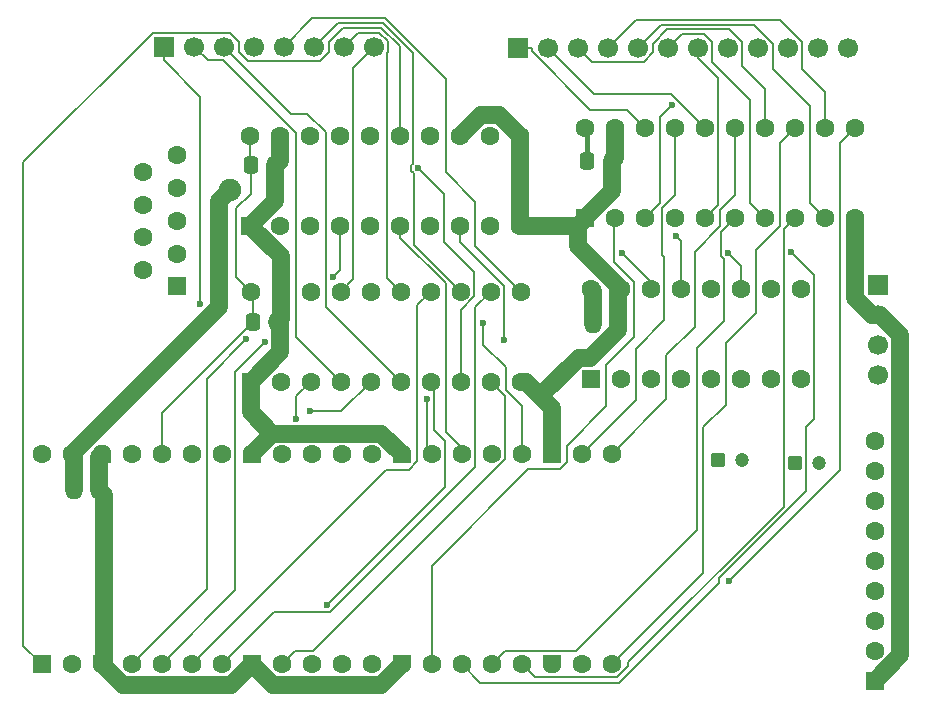
<source format=gbr>
%TF.GenerationSoftware,KiCad,Pcbnew,9.0.2*%
%TF.CreationDate,2025-07-27T17:40:09+01:00*%
%TF.ProjectId,Pico-Keyboard-Matrix-Interface,5069636f-2d4b-4657-9962-6f6172642d4d,rev?*%
%TF.SameCoordinates,Original*%
%TF.FileFunction,Copper,L2,Bot*%
%TF.FilePolarity,Positive*%
%FSLAX46Y46*%
G04 Gerber Fmt 4.6, Leading zero omitted, Abs format (unit mm)*
G04 Created by KiCad (PCBNEW 9.0.2) date 2025-07-27 17:40:09*
%MOMM*%
%LPD*%
G01*
G04 APERTURE LIST*
G04 Aperture macros list*
%AMRoundRect*
0 Rectangle with rounded corners*
0 $1 Rounding radius*
0 $2 $3 $4 $5 $6 $7 $8 $9 X,Y pos of 4 corners*
0 Add a 4 corners polygon primitive as box body*
4,1,4,$2,$3,$4,$5,$6,$7,$8,$9,$2,$3,0*
0 Add four circle primitives for the rounded corners*
1,1,$1+$1,$2,$3*
1,1,$1+$1,$4,$5*
1,1,$1+$1,$6,$7*
1,1,$1+$1,$8,$9*
0 Add four rect primitives between the rounded corners*
20,1,$1+$1,$2,$3,$4,$5,0*
20,1,$1+$1,$4,$5,$6,$7,0*
20,1,$1+$1,$6,$7,$8,$9,0*
20,1,$1+$1,$8,$9,$2,$3,0*%
%AMFreePoly0*
4,1,37,0.603843,0.796157,0.639018,0.796157,0.711114,0.766294,0.766294,0.711114,0.796157,0.639018,0.796157,0.603843,0.800000,0.600000,0.800000,-0.600000,0.796157,-0.603843,0.796157,-0.639018,0.766294,-0.711114,0.711114,-0.766294,0.639018,-0.796157,0.603843,-0.796157,0.600000,-0.800000,0.000000,-0.800000,0.000000,-0.796148,-0.078414,-0.796148,-0.232228,-0.765552,-0.377117,-0.705537,
-0.507515,-0.618408,-0.618408,-0.507515,-0.705537,-0.377117,-0.765552,-0.232228,-0.796148,-0.078414,-0.796148,0.078414,-0.765552,0.232228,-0.705537,0.377117,-0.618408,0.507515,-0.507515,0.618408,-0.377117,0.705537,-0.232228,0.765552,-0.078414,0.796148,0.000000,0.796148,0.000000,0.800000,0.600000,0.800000,0.603843,0.796157,0.603843,0.796157,$1*%
%AMFreePoly1*
4,1,37,0.000000,0.796148,0.078414,0.796148,0.232228,0.765552,0.377117,0.705537,0.507515,0.618408,0.618408,0.507515,0.705537,0.377117,0.765552,0.232228,0.796148,0.078414,0.796148,-0.078414,0.765552,-0.232228,0.705537,-0.377117,0.618408,-0.507515,0.507515,-0.618408,0.377117,-0.705537,0.232228,-0.765552,0.078414,-0.796148,0.000000,-0.796148,0.000000,-0.800000,-0.600000,-0.800000,
-0.603843,-0.796157,-0.639018,-0.796157,-0.711114,-0.766294,-0.766294,-0.711114,-0.796157,-0.639018,-0.796157,-0.603843,-0.800000,-0.600000,-0.800000,0.600000,-0.796157,0.603843,-0.796157,0.639018,-0.766294,0.711114,-0.711114,0.766294,-0.639018,0.796157,-0.603843,0.796157,-0.600000,0.800000,0.000000,0.800000,0.000000,0.796148,0.000000,0.796148,$1*%
G04 Aperture macros list end*
%TA.AperFunction,ComponentPad*%
%ADD10RoundRect,0.250000X0.550000X-0.550000X0.550000X0.550000X-0.550000X0.550000X-0.550000X-0.550000X0*%
%TD*%
%TA.AperFunction,ComponentPad*%
%ADD11C,1.600000*%
%TD*%
%TA.AperFunction,ComponentPad*%
%ADD12RoundRect,0.250000X-0.350000X-0.350000X0.350000X-0.350000X0.350000X0.350000X-0.350000X0.350000X0*%
%TD*%
%TA.AperFunction,ComponentPad*%
%ADD13C,1.200000*%
%TD*%
%TA.AperFunction,ComponentPad*%
%ADD14R,1.700000X1.700000*%
%TD*%
%TA.AperFunction,ComponentPad*%
%ADD15C,1.700000*%
%TD*%
%TA.AperFunction,ComponentPad*%
%ADD16RoundRect,0.200000X0.600000X-0.600000X0.600000X0.600000X-0.600000X0.600000X-0.600000X-0.600000X0*%
%TD*%
%TA.AperFunction,ComponentPad*%
%ADD17FreePoly0,90.000000*%
%TD*%
%TA.AperFunction,ComponentPad*%
%ADD18FreePoly1,90.000000*%
%TD*%
%TA.AperFunction,ComponentPad*%
%ADD19R,1.600000X1.600000*%
%TD*%
%TA.AperFunction,SMDPad,CuDef*%
%ADD20RoundRect,0.250000X-0.337500X-0.475000X0.337500X-0.475000X0.337500X0.475000X-0.337500X0.475000X0*%
%TD*%
%TA.AperFunction,ViaPad*%
%ADD21C,0.600000*%
%TD*%
%TA.AperFunction,ViaPad*%
%ADD22C,1.900000*%
%TD*%
%TA.AperFunction,Conductor*%
%ADD23C,0.200000*%
%TD*%
%TA.AperFunction,Conductor*%
%ADD24C,1.500000*%
%TD*%
%TA.AperFunction,Conductor*%
%ADD25C,0.400000*%
%TD*%
G04 APERTURE END LIST*
D10*
%TO.P,U3,1,OEa*%
%TO.N,GND*%
X117470000Y-57550000D03*
D11*
%TO.P,U3,2,I0a*%
%TO.N,GPIO10*%
X120010000Y-57550000D03*
%TO.P,U3,3,O3b*%
%TO.N,SENSE7*%
X122550000Y-57550000D03*
%TO.P,U3,4,I1a*%
%TO.N,GPIO11*%
X125090000Y-57550000D03*
%TO.P,U3,5,O2b*%
%TO.N,SENSE6*%
X127630000Y-57550000D03*
%TO.P,U3,6,I2a*%
%TO.N,GPIO12*%
X130170000Y-57550000D03*
%TO.P,U3,7,O1b*%
%TO.N,SENSE5*%
X132710000Y-57550000D03*
%TO.P,U3,8,I3a*%
%TO.N,GPIO13*%
X135250000Y-57550000D03*
%TO.P,U3,9,O0b*%
%TO.N,SENSE4*%
X137790000Y-57550000D03*
%TO.P,U3,10,GND*%
%TO.N,GND*%
X140330000Y-57550000D03*
%TO.P,U3,11,I0b*%
%TO.N,GPIO14*%
X140330000Y-49930000D03*
%TO.P,U3,12,O3a*%
%TO.N,SENSE3*%
X137790000Y-49930000D03*
%TO.P,U3,13,I1b*%
%TO.N,GPIO15*%
X135250000Y-49930000D03*
%TO.P,U3,14,O2a*%
%TO.N,SENSE2*%
X132710000Y-49930000D03*
%TO.P,U3,15,I2b*%
%TO.N,GPIO16*%
X130170000Y-49930000D03*
%TO.P,U3,16,O1a*%
%TO.N,SENSE1*%
X127630000Y-49930000D03*
%TO.P,U3,17,I3b*%
%TO.N,GPIO17*%
X125090000Y-49930000D03*
%TO.P,U3,18,O0a*%
%TO.N,SENSE0*%
X122550000Y-49930000D03*
%TO.P,U3,19,OEb*%
%TO.N,GND*%
X120010000Y-49930000D03*
%TO.P,U3,20,VCC*%
%TO.N,VBUS*%
X117470000Y-49930000D03*
%TD*%
D10*
%TO.P,U2,1,OEa*%
%TO.N,GND*%
X89110000Y-58200000D03*
D11*
%TO.P,U2,2,I0a*%
%TO.N,GPIO18*%
X91650000Y-58200000D03*
%TO.P,U2,3,O3b*%
%TO.N,RX3*%
X94190000Y-58200000D03*
%TO.P,U2,4,I1a*%
%TO.N,GPIO19*%
X96730000Y-58200000D03*
%TO.P,U2,5,O2b*%
%TO.N,TX5*%
X99270000Y-58200000D03*
%TO.P,U2,6,I2a*%
%TO.N,GPIO20*%
X101810000Y-58200000D03*
%TO.P,U2,7,O1b*%
%TO.N,unconnected-(U2-O1b-Pad7)*%
X104350000Y-58200000D03*
%TO.P,U2,8,I3a*%
%TO.N,GPIO21*%
X106890000Y-58200000D03*
%TO.P,U2,9,O0b*%
%TO.N,unconnected-(U2-O0b-Pad9)*%
X109430000Y-58200000D03*
%TO.P,U2,10,GND*%
%TO.N,GND*%
X111970000Y-58200000D03*
%TO.P,U2,11,I0b*%
X111970000Y-50580000D03*
%TO.P,U2,12,O3a*%
%TO.N,SENSE11*%
X109430000Y-50580000D03*
%TO.P,U2,13,I1b*%
%TO.N,GND*%
X106890000Y-50580000D03*
%TO.P,U2,14,O2a*%
%TO.N,SENSE10*%
X104350000Y-50580000D03*
%TO.P,U2,15,I2b*%
%TO.N,TX3*%
X101810000Y-50580000D03*
%TO.P,U2,16,O1a*%
%TO.N,SENSE9*%
X99270000Y-50580000D03*
%TO.P,U2,17,I3b*%
%TO.N,RX5*%
X96730000Y-50580000D03*
%TO.P,U2,18,O0a*%
%TO.N,SENSE8*%
X94190000Y-50580000D03*
%TO.P,U2,19,OEb*%
%TO.N,GND*%
X91650000Y-50580000D03*
%TO.P,U2,20,VCC*%
%TO.N,+3.3V*%
X89110000Y-50580000D03*
%TD*%
D12*
%TO.P,C2,1*%
%TO.N,Net-(U4-C2+)*%
X135277400Y-78300000D03*
D13*
%TO.P,C2,2*%
%TO.N,Net-(U4-C2-)*%
X137277400Y-78300000D03*
%TD*%
D14*
%TO.P,J3,1,Pin_1*%
%TO.N,+5V*%
X142315000Y-63240000D03*
D15*
%TO.P,J3,2,Pin_2*%
%TO.N,GND*%
X142315000Y-65780000D03*
%TO.P,J3,3,Pin_3*%
%TO.N,+12V*%
X142315000Y-68320000D03*
%TO.P,J3,4,Pin_4*%
%TO.N,-12V*%
X142315000Y-70860000D03*
%TD*%
D16*
%TO.P,A1,1,GPIO0*%
%TO.N,TX3*%
X71470000Y-95340000D03*
D11*
%TO.P,A1,2,GPIO1*%
%TO.N,RX3*%
X74010000Y-95340000D03*
D17*
%TO.P,A1,3,GND*%
%TO.N,GND*%
X76550000Y-95340000D03*
D11*
%TO.P,A1,4,GPIO2*%
%TO.N,GPIO2*%
X79090000Y-95340000D03*
%TO.P,A1,5,GPIO3*%
%TO.N,GPIO3*%
X81630000Y-95340000D03*
%TO.P,A1,6,GPIO4*%
%TO.N,GPIO4*%
X84170000Y-95340000D03*
%TO.P,A1,7,GPIO5*%
%TO.N,GPIO5*%
X86710000Y-95340000D03*
D17*
%TO.P,A1,8,GND*%
%TO.N,GND*%
X89250000Y-95340000D03*
D11*
%TO.P,A1,9,GPIO6*%
%TO.N,GPIO6*%
X91790000Y-95340000D03*
%TO.P,A1,10,GPIO7*%
%TO.N,GPIO7*%
X94330000Y-95340000D03*
%TO.P,A1,11,GPIO8*%
%TO.N,GPIO8*%
X96870000Y-95340000D03*
%TO.P,A1,12,GPIO9*%
%TO.N,GPIO9*%
X99410000Y-95340000D03*
D17*
%TO.P,A1,13,GND*%
%TO.N,GND*%
X101950000Y-95340000D03*
D11*
%TO.P,A1,14,GPIO10*%
%TO.N,GPIO10*%
X104490000Y-95340000D03*
%TO.P,A1,15,GPIO11*%
%TO.N,GPIO11*%
X107030000Y-95340000D03*
%TO.P,A1,16,GPIO12*%
%TO.N,GPIO12*%
X109570000Y-95340000D03*
%TO.P,A1,17,GPIO13*%
%TO.N,GPIO13*%
X112110000Y-95340000D03*
D17*
%TO.P,A1,18,GND*%
%TO.N,GND*%
X114650000Y-95340000D03*
D11*
%TO.P,A1,19,GPIO14*%
%TO.N,GPIO14*%
X117190000Y-95340000D03*
%TO.P,A1,20,GPIO15*%
%TO.N,GPIO15*%
X119730000Y-95340000D03*
%TO.P,A1,21,GPIO16*%
%TO.N,GPIO16*%
X119730000Y-77560000D03*
%TO.P,A1,22,GPIO17*%
%TO.N,GPIO17*%
X117190000Y-77560000D03*
D18*
%TO.P,A1,23,GND*%
%TO.N,GND*%
X114650000Y-77560000D03*
D11*
%TO.P,A1,24,GPIO18*%
%TO.N,GPIO18*%
X112110000Y-77560000D03*
%TO.P,A1,25,GPIO19*%
%TO.N,GPIO19*%
X109570000Y-77560000D03*
%TO.P,A1,26,GPIO20*%
%TO.N,GPIO20*%
X107030000Y-77560000D03*
%TO.P,A1,27,GPIO21*%
%TO.N,GPIO21*%
X104490000Y-77560000D03*
D18*
%TO.P,A1,28,GND*%
%TO.N,GND*%
X101950000Y-77560000D03*
D11*
%TO.P,A1,29,GPIO22*%
%TO.N,unconnected-(A1-GPIO22-Pad29)_1*%
X99410000Y-77560000D03*
%TO.P,A1,30,RUN*%
%TO.N,unconnected-(A1-RUN-Pad30)*%
X96870000Y-77560000D03*
%TO.P,A1,31,GPIO26_ADC0*%
%TO.N,unconnected-(A1-GPIO26_ADC0-Pad31)*%
X94330000Y-77560000D03*
%TO.P,A1,32,GPIO27_ADC1*%
%TO.N,unconnected-(A1-GPIO27_ADC1-Pad32)*%
X91790000Y-77560000D03*
D18*
%TO.P,A1,33,AGND*%
%TO.N,GND*%
X89250000Y-77560000D03*
D11*
%TO.P,A1,34,GPIO28_ADC2*%
%TO.N,unconnected-(A1-GPIO28_ADC2-Pad34)*%
X86710000Y-77560000D03*
%TO.P,A1,35,ADC_VREF*%
%TO.N,unconnected-(A1-ADC_VREF-Pad35)_1*%
X84170000Y-77560000D03*
%TO.P,A1,36,3V3*%
%TO.N,+3.3V*%
X81630000Y-77560000D03*
%TO.P,A1,37,3V3_EN*%
%TO.N,unconnected-(A1-3V3_EN-Pad37)_1*%
X79090000Y-77560000D03*
D18*
%TO.P,A1,38,GND*%
%TO.N,GND*%
X76550000Y-77560000D03*
D11*
%TO.P,A1,39,VSYS*%
%TO.N,+5V*%
X74010000Y-77560000D03*
%TO.P,A1,40,VBUS*%
%TO.N,VBUS*%
X71470000Y-77560000D03*
%TD*%
D10*
%TO.P,U4,1,C1+*%
%TO.N,Net-(U4-C1+)*%
X117960000Y-71170000D03*
D11*
%TO.P,U4,2,VS+*%
%TO.N,+12V*%
X120500000Y-71170000D03*
%TO.P,U4,3,C1-*%
%TO.N,Net-(U4-C1-)*%
X123040000Y-71170000D03*
%TO.P,U4,4,C2+*%
%TO.N,Net-(U4-C2+)*%
X125580000Y-71170000D03*
%TO.P,U4,5,C2-*%
%TO.N,Net-(U4-C2-)*%
X128120000Y-71170000D03*
%TO.P,U4,6,VS-*%
%TO.N,-12V*%
X130660000Y-71170000D03*
%TO.P,U4,7,T2OUT*%
%TO.N,unconnected-(U4-T2OUT-Pad7)*%
X133200000Y-71170000D03*
%TO.P,U4,8,R2IN*%
%TO.N,unconnected-(U4-R2IN-Pad8)*%
X135740000Y-71170000D03*
%TO.P,U4,9,R2OUT*%
%TO.N,unconnected-(U4-R2OUT-Pad9)*%
X135740000Y-63550000D03*
%TO.P,U4,10,T2IN*%
%TO.N,unconnected-(U4-T2IN-Pad10)*%
X133200000Y-63550000D03*
%TO.P,U4,11,T1IN*%
%TO.N,TX5*%
X130660000Y-63550000D03*
%TO.P,U4,12,R1OUT*%
%TO.N,RX5*%
X128120000Y-63550000D03*
%TO.P,U4,13,R1IN*%
%TO.N,RSRX*%
X125580000Y-63550000D03*
%TO.P,U4,14,T1OUT*%
%TO.N,RSTX*%
X123040000Y-63550000D03*
%TO.P,U4,15,GND*%
%TO.N,GND*%
X120500000Y-63550000D03*
%TO.P,U4,16,VCC*%
%TO.N,+5V*%
X117960000Y-63550000D03*
%TD*%
D14*
%TO.P,J2,1,Pin_1*%
%TO.N,SENSE0*%
X111810000Y-43150000D03*
D15*
%TO.P,J2,2,Pin_2*%
%TO.N,SENSE1*%
X114350000Y-43150000D03*
%TO.P,J2,3,Pin_3*%
%TO.N,SENSE2*%
X116890000Y-43150000D03*
%TO.P,J2,4,Pin_4*%
%TO.N,SENSE3*%
X119430000Y-43150000D03*
%TO.P,J2,5,Pin_5*%
%TO.N,SENSE4*%
X121970000Y-43150000D03*
%TO.P,J2,6,Pin_6*%
%TO.N,SENSE5*%
X124510000Y-43150000D03*
%TO.P,J2,7,Pin_7*%
%TO.N,SENSE6*%
X127050000Y-43150000D03*
%TO.P,J2,8,Pin_8*%
%TO.N,SENSE7*%
X129590000Y-43150000D03*
%TO.P,J2,9,Pin_9*%
%TO.N,SENSE8*%
X132130000Y-43150000D03*
%TO.P,J2,10,Pin_10*%
%TO.N,SENSE9*%
X134670000Y-43150000D03*
%TO.P,J2,11,Pin_11*%
%TO.N,SENSE10*%
X137210000Y-43150000D03*
%TO.P,J2,12,Pin_12*%
%TO.N,SENSE11*%
X139750000Y-43150000D03*
%TD*%
D19*
%TO.P,J4,1,1*%
%TO.N,unconnected-(J4-Pad1)*%
X82915300Y-63340000D03*
D11*
%TO.P,J4,2,2*%
%TO.N,RSTX*%
X82915300Y-60570000D03*
%TO.P,J4,3,3*%
%TO.N,RSRX*%
X82915300Y-57800000D03*
%TO.P,J4,4,4*%
%TO.N,unconnected-(J4-Pad4)*%
X82915300Y-55030000D03*
%TO.P,J4,5,5*%
%TO.N,GND*%
X82915300Y-52260000D03*
%TO.P,J4,6,6*%
%TO.N,unconnected-(J4-Pad6)*%
X80075300Y-61955000D03*
%TO.P,J4,7,7*%
%TO.N,unconnected-(J4-Pad7)*%
X80075300Y-59185000D03*
%TO.P,J4,8,8*%
%TO.N,unconnected-(J4-Pad8)*%
X80075300Y-56415000D03*
%TO.P,J4,9,9*%
%TO.N,unconnected-(J4-Pad9)*%
X80075300Y-53645000D03*
%TD*%
D12*
%TO.P,C1,1*%
%TO.N,Net-(U4-C1+)*%
X128777400Y-78000000D03*
D13*
%TO.P,C1,2*%
%TO.N,Net-(U4-C1-)*%
X130777400Y-78000000D03*
%TD*%
D14*
%TO.P,J1,1,Pin_1*%
%TO.N,SCAN0*%
X81840000Y-43050000D03*
D15*
%TO.P,J1,2,Pin_2*%
%TO.N,SCAN1*%
X84380000Y-43050000D03*
%TO.P,J1,3,Pin_3*%
%TO.N,SCAN2*%
X86920000Y-43050000D03*
%TO.P,J1,4,Pin_4*%
%TO.N,SCAN3*%
X89460000Y-43050000D03*
%TO.P,J1,5,Pin_5*%
%TO.N,SCAN4*%
X92000000Y-43050000D03*
%TO.P,J1,6,Pin_6*%
%TO.N,SCAN5*%
X94540000Y-43050000D03*
%TO.P,J1,7,Pin_7*%
%TO.N,SCAN6*%
X97080000Y-43050000D03*
%TO.P,J1,8,Pin_8*%
%TO.N,SCAN7*%
X99620000Y-43050000D03*
%TD*%
D19*
%TO.P,RN1,1,common*%
%TO.N,GND*%
X142000000Y-96750000D03*
D11*
%TO.P,RN1,2,R1*%
%TO.N,SCAN0*%
X142000000Y-94210000D03*
%TO.P,RN1,3,R2*%
%TO.N,SCAN1*%
X142000000Y-91670000D03*
%TO.P,RN1,4,R3*%
%TO.N,SCAN2*%
X142000000Y-89130000D03*
%TO.P,RN1,5,R4*%
%TO.N,SCAN3*%
X142000000Y-86590000D03*
%TO.P,RN1,6,R5*%
%TO.N,SCAN4*%
X142000000Y-84050000D03*
%TO.P,RN1,7,R6*%
%TO.N,SCAN5*%
X142000000Y-81510000D03*
%TO.P,RN1,8,R7*%
%TO.N,SCAN6*%
X142000000Y-78970000D03*
%TO.P,RN1,9,R8*%
%TO.N,SCAN7*%
X142000000Y-76430000D03*
%TD*%
D10*
%TO.P,U1,1,OEa*%
%TO.N,GND*%
X89160000Y-71400000D03*
D11*
%TO.P,U1,2,I0a*%
%TO.N,SCAN0*%
X91700000Y-71400000D03*
%TO.P,U1,3,O3b*%
%TO.N,GPIO9*%
X94240000Y-71400000D03*
%TO.P,U1,4,I1a*%
%TO.N,SCAN1*%
X96780000Y-71400000D03*
%TO.P,U1,5,O2b*%
%TO.N,GPIO8*%
X99320000Y-71400000D03*
%TO.P,U1,6,I2a*%
%TO.N,SCAN2*%
X101860000Y-71400000D03*
%TO.P,U1,7,O1b*%
%TO.N,GPIO7*%
X104400000Y-71400000D03*
%TO.P,U1,8,I3a*%
%TO.N,SCAN3*%
X106940000Y-71400000D03*
%TO.P,U1,9,O0b*%
%TO.N,GPIO6*%
X109480000Y-71400000D03*
%TO.P,U1,10,GND*%
%TO.N,GND*%
X112020000Y-71400000D03*
%TO.P,U1,11,I0b*%
%TO.N,SCAN4*%
X112020000Y-63780000D03*
%TO.P,U1,12,O3a*%
%TO.N,GPIO5*%
X109480000Y-63780000D03*
%TO.P,U1,13,I1b*%
%TO.N,SCAN5*%
X106940000Y-63780000D03*
%TO.P,U1,14,O2a*%
%TO.N,GPIO4*%
X104400000Y-63780000D03*
%TO.P,U1,15,I2b*%
%TO.N,SCAN6*%
X101860000Y-63780000D03*
%TO.P,U1,16,O1a*%
%TO.N,GPIO3*%
X99320000Y-63780000D03*
%TO.P,U1,17,I3b*%
%TO.N,SCAN7*%
X96780000Y-63780000D03*
%TO.P,U1,18,O0a*%
%TO.N,GPIO2*%
X94240000Y-63780000D03*
%TO.P,U1,19,OEb*%
%TO.N,GND*%
X91700000Y-63780000D03*
%TO.P,U1,20,VCC*%
%TO.N,+3.3V*%
X89160000Y-63780000D03*
%TD*%
D20*
%TO.P,DC4,1*%
%TO.N,+5V*%
X118162500Y-66500000D03*
%TO.P,DC4,2*%
%TO.N,GND*%
X120237500Y-66500000D03*
%TD*%
%TO.P,DC1,1*%
%TO.N,+3.3V*%
X89162500Y-53100000D03*
%TO.P,DC1,2*%
%TO.N,GND*%
X91237500Y-53100000D03*
%TD*%
%TO.P,DC3,1*%
%TO.N,VBUS*%
X117650000Y-52750000D03*
%TO.P,DC3,2*%
%TO.N,GND*%
X119725000Y-52750000D03*
%TD*%
%TO.P,DC5,1*%
%TO.N,+5V*%
X74250000Y-80550000D03*
%TO.P,DC5,2*%
%TO.N,GND*%
X76325000Y-80550000D03*
%TD*%
%TO.P,DC2,1*%
%TO.N,+3.3V*%
X89362500Y-66350000D03*
%TO.P,DC2,2*%
%TO.N,GND*%
X91437500Y-66350000D03*
%TD*%
D21*
%TO.N,TX5*%
X129570400Y-60507400D03*
%TO.N,RSTX*%
X120567900Y-60507400D03*
%TO.N,RSRX*%
X125178600Y-59057300D03*
%TO.N,SENSE7*%
X124869000Y-47978500D03*
%TO.N,SCAN3*%
X103379300Y-53343600D03*
%TO.N,SCAN0*%
X84916800Y-64842200D03*
%TO.N,GPIO8*%
X94230100Y-73876900D03*
%TO.N,GPIO9*%
X93021900Y-74540800D03*
D22*
%TO.N,+5V*%
X87423600Y-55193800D03*
D21*
%TO.N,GPIO19*%
X96127600Y-62525000D03*
%TO.N,GPIO21*%
X104075000Y-72874300D03*
X110584000Y-67885600D03*
%TO.N,GPIO11*%
X134912300Y-60419600D03*
%TO.N,GPIO3*%
X90406600Y-68087800D03*
%TO.N,GPIO14*%
X129699500Y-88268700D03*
%TO.N,GPIO2*%
X88803800Y-67820600D03*
%TO.N,GPIO7*%
X95614000Y-90299700D03*
%TO.N,GPIO18*%
X108879700Y-66428700D03*
%TD*%
D23*
%TO.N,TX5*%
X130660000Y-61597000D02*
X130660000Y-63550000D01*
X129570400Y-60507400D02*
X130660000Y-61597000D01*
%TO.N,RSTX*%
X123040000Y-62979500D02*
X123040000Y-63550000D01*
X120567900Y-60507400D02*
X123040000Y-62979500D01*
%TO.N,RSRX*%
X125580000Y-59458700D02*
X125580000Y-63550000D01*
X125178600Y-59057300D02*
X125580000Y-59458700D01*
%TO.N,SENSE6*%
X128731900Y-56448100D02*
X127630000Y-57550000D01*
X128731900Y-45717600D02*
X128731900Y-56448100D01*
X127050000Y-44035700D02*
X128731900Y-45717600D01*
X127050000Y-43150000D02*
X127050000Y-44035700D01*
%TO.N,SENSE1*%
X118242000Y-47042000D02*
X114350000Y-43150000D01*
X124781200Y-47042000D02*
X118242000Y-47042000D01*
X127630000Y-49890800D02*
X124781200Y-47042000D01*
X127630000Y-49930000D02*
X127630000Y-49890800D01*
%TO.N,SENSE5*%
X131440000Y-56280000D02*
X132710000Y-57550000D01*
X131440000Y-47540000D02*
X131440000Y-56280000D01*
X128241100Y-44341100D02*
X131440000Y-47540000D01*
X128241100Y-42679900D02*
X128241100Y-44341100D01*
X127555500Y-41994300D02*
X128241100Y-42679900D01*
X125665700Y-41994300D02*
X127555500Y-41994300D01*
X124510000Y-43150000D02*
X125665700Y-41994300D01*
%TO.N,SENSE3*%
X137790000Y-46910300D02*
X137790000Y-49930000D01*
X135820200Y-44940500D02*
X137790000Y-46910300D01*
X135820200Y-42660400D02*
X135820200Y-44940500D01*
X133945200Y-40785400D02*
X135820200Y-42660400D01*
X121794600Y-40785400D02*
X133945200Y-40785400D01*
X119430000Y-43150000D02*
X121794600Y-40785400D01*
%TO.N,SENSE7*%
X123820000Y-56280000D02*
X122550000Y-57550000D01*
X123820000Y-49027500D02*
X123820000Y-56280000D01*
X124869000Y-47978500D02*
X123820000Y-49027500D01*
%TO.N,SENSE2*%
X132710000Y-46636300D02*
X132710000Y-49930000D01*
X130740200Y-44666500D02*
X132710000Y-46636300D01*
X130740200Y-42649700D02*
X130740200Y-44666500D01*
X129676300Y-41585800D02*
X130740200Y-42649700D01*
X124447000Y-41585800D02*
X129676300Y-41585800D01*
X123240000Y-42792800D02*
X124447000Y-41585800D01*
X123240000Y-43535500D02*
X123240000Y-42792800D01*
X122471300Y-44304200D02*
X123240000Y-43535500D01*
X118044200Y-44304200D02*
X122471300Y-44304200D01*
X116890000Y-43150000D02*
X118044200Y-44304200D01*
%TO.N,SENSE0*%
X121019600Y-48399600D02*
X122550000Y-49930000D01*
X117922200Y-48399600D02*
X121019600Y-48399600D01*
X112960100Y-43437500D02*
X117922200Y-48399600D01*
X112960100Y-43150000D02*
X112960100Y-43437500D01*
X111810000Y-43150000D02*
X112960100Y-43150000D01*
%TO.N,SENSE4*%
X136520000Y-56280000D02*
X137790000Y-57550000D01*
X136520000Y-48088100D02*
X136520000Y-56280000D01*
X133400000Y-44968100D02*
X136520000Y-48088100D01*
X133400000Y-42789000D02*
X133400000Y-44968100D01*
X131796600Y-41185600D02*
X133400000Y-42789000D01*
X123934400Y-41185600D02*
X131796600Y-41185600D01*
X121970000Y-43150000D02*
X123934400Y-41185600D01*
%TO.N,SCAN3*%
X106940000Y-65335900D02*
X106940000Y-71400000D01*
X108090500Y-64185400D02*
X106940000Y-65335900D01*
X108090500Y-62147300D02*
X108090500Y-64185400D01*
X105539300Y-59596100D02*
X108090500Y-62147300D01*
X105539300Y-55503600D02*
X105539300Y-59596100D01*
X103379300Y-53343600D02*
X105539300Y-55503600D01*
%TO.N,SCAN7*%
X97835900Y-62724100D02*
X96780000Y-63780000D01*
X97835900Y-44834100D02*
X97835900Y-62724100D01*
X99620000Y-43050000D02*
X97835900Y-44834100D01*
%TO.N,SCAN2*%
X95510000Y-65050000D02*
X101860000Y-71400000D01*
X95510000Y-50305900D02*
X95510000Y-65050000D01*
X93956300Y-48752200D02*
X95510000Y-50305900D01*
X92622200Y-48752200D02*
X93956300Y-48752200D01*
X86920000Y-43050000D02*
X92622200Y-48752200D01*
%TO.N,SCAN0*%
X81840000Y-43050000D02*
X81840000Y-44200100D01*
X84916800Y-47276900D02*
X84916800Y-64842200D01*
X81840000Y-44200100D02*
X84916800Y-47276900D01*
%TO.N,SCAN5*%
X96540600Y-41049400D02*
X94540000Y-43050000D01*
X100399000Y-41049400D02*
X96540600Y-41049400D01*
X102910200Y-43560600D02*
X100399000Y-41049400D01*
X102910200Y-52964100D02*
X102910200Y-43560600D01*
X102779200Y-53095100D02*
X102910200Y-52964100D01*
X102779200Y-53592100D02*
X102779200Y-53095100D01*
X102958500Y-53771400D02*
X102779200Y-53592100D01*
X102958500Y-59798500D02*
X102958500Y-53771400D01*
X106940000Y-63780000D02*
X102958500Y-59798500D01*
%TO.N,SCAN1*%
X85530100Y-44200100D02*
X84380000Y-43050000D01*
X86845300Y-44200100D02*
X85530100Y-44200100D01*
X93006900Y-50361700D02*
X86845300Y-44200100D01*
X93006900Y-67626900D02*
X93006900Y-50361700D01*
X96780000Y-71400000D02*
X93006900Y-67626900D01*
%TO.N,SCAN6*%
X100673200Y-62593200D02*
X101860000Y-63780000D01*
X100673200Y-43623400D02*
X100673200Y-62593200D01*
X100825000Y-43471600D02*
X100673200Y-43623400D01*
X100825000Y-42607100D02*
X100825000Y-43471600D01*
X100067600Y-41849700D02*
X100825000Y-42607100D01*
X98280300Y-41849700D02*
X100067600Y-41849700D01*
X97080000Y-43050000D02*
X98280300Y-41849700D01*
%TO.N,SCAN4*%
X94400700Y-40649300D02*
X92000000Y-43050000D01*
X100564700Y-40649300D02*
X94400700Y-40649300D01*
X105678500Y-45763100D02*
X100564700Y-40649300D01*
X105678500Y-53696800D02*
X105678500Y-45763100D01*
X108160000Y-56178300D02*
X105678500Y-53696800D01*
X108160000Y-59920000D02*
X108160000Y-56178300D01*
X112020000Y-63780000D02*
X108160000Y-59920000D01*
%TO.N,GPIO8*%
X96843100Y-73876900D02*
X94230100Y-73876900D01*
X99320000Y-71400000D02*
X96843100Y-73876900D01*
%TO.N,GPIO9*%
X93021900Y-72618100D02*
X93021900Y-74540800D01*
X94240000Y-71400000D02*
X93021900Y-72618100D01*
%TO.N,GPIO5*%
X108159900Y-65100100D02*
X109480000Y-63780000D01*
X108159900Y-78603900D02*
X108159900Y-65100100D01*
X95863400Y-90900400D02*
X108159900Y-78603900D01*
X91149600Y-90900400D02*
X95863400Y-90900400D01*
X86710000Y-95340000D02*
X91149600Y-90900400D01*
%TO.N,TX3*%
X101810000Y-43026200D02*
X101810000Y-50580000D01*
X100233300Y-41449500D02*
X101810000Y-43026200D01*
X96970400Y-41449500D02*
X100233300Y-41449500D01*
X95810000Y-42609900D02*
X96970400Y-41449500D01*
X95810000Y-43463900D02*
X95810000Y-42609900D01*
X95000900Y-44273000D02*
X95810000Y-43463900D01*
X88980700Y-44273000D02*
X95000900Y-44273000D01*
X88190000Y-43482300D02*
X88980700Y-44273000D01*
X88190000Y-42666900D02*
X88190000Y-43482300D01*
X87392100Y-41869000D02*
X88190000Y-42666900D01*
X80873900Y-41869000D02*
X87392100Y-41869000D01*
X69925200Y-52817700D02*
X80873900Y-41869000D01*
X69925200Y-93795200D02*
X69925200Y-52817700D01*
X71470000Y-95340000D02*
X69925200Y-93795200D01*
%TO.N,GPIO20*%
X101810000Y-59224800D02*
X101810000Y-58200000D01*
X105670000Y-63084800D02*
X101810000Y-59224800D01*
X105670000Y-75634300D02*
X105670000Y-63084800D01*
X107030000Y-76994300D02*
X105670000Y-75634300D01*
X107030000Y-77560000D02*
X107030000Y-76994300D01*
%TO.N,+3.3V*%
X89110000Y-53047500D02*
X89110000Y-50580000D01*
X89162500Y-53100000D02*
X89110000Y-53047500D01*
X81630000Y-74082500D02*
X89362500Y-66350000D01*
X81630000Y-77560000D02*
X81630000Y-74082500D01*
X89362500Y-63982500D02*
X89160000Y-63780000D01*
X89362500Y-66350000D02*
X89362500Y-63982500D01*
X89162500Y-55487800D02*
X89162500Y-53100000D01*
X87945500Y-56704800D02*
X89162500Y-55487800D01*
X87945500Y-62565500D02*
X87945500Y-56704800D01*
X89160000Y-63780000D02*
X87945500Y-62565500D01*
D24*
%TO.N,+5V*%
X74250000Y-77800000D02*
X74010000Y-77560000D01*
X74250000Y-80550000D02*
X74250000Y-77800000D01*
X118162500Y-63752500D02*
X118162500Y-66500000D01*
X117960000Y-63550000D02*
X118162500Y-63752500D01*
X86505100Y-56112300D02*
X87423600Y-55193800D01*
X86505100Y-65064900D02*
X86505100Y-56112300D01*
X74010000Y-77560000D02*
X86505100Y-65064900D01*
D23*
%TO.N,GPIO17*%
X125090000Y-55580000D02*
X125090000Y-49930000D01*
X123978900Y-56691100D02*
X125090000Y-55580000D01*
X123978900Y-60664100D02*
X123978900Y-56691100D01*
X124159100Y-60844300D02*
X123978900Y-60664100D01*
X124159100Y-66226400D02*
X124159100Y-60844300D01*
X121770000Y-68615500D02*
X124159100Y-66226400D01*
X121770000Y-72980000D02*
X121770000Y-68615500D01*
X117190000Y-77560000D02*
X121770000Y-72980000D01*
%TO.N,GPIO13*%
X134300100Y-58499900D02*
X135250000Y-57550000D01*
X134300100Y-81989700D02*
X134300100Y-58499900D01*
X121117800Y-95172000D02*
X134300100Y-81989700D01*
X121117800Y-95511000D02*
X121117800Y-95172000D01*
X120185300Y-96443500D02*
X121117800Y-95511000D01*
X113213500Y-96443500D02*
X120185300Y-96443500D01*
X112110000Y-95340000D02*
X113213500Y-96443500D01*
%TO.N,GPIO19*%
X96730000Y-61922600D02*
X96127600Y-62525000D01*
X96730000Y-58200000D02*
X96730000Y-61922600D01*
%TO.N,GPIO16*%
X130170000Y-55629500D02*
X130170000Y-49930000D01*
X128900000Y-56899500D02*
X130170000Y-55629500D01*
X128900000Y-58254100D02*
X128900000Y-56899500D01*
X126760200Y-60393900D02*
X128900000Y-58254100D01*
X126760200Y-66742400D02*
X126760200Y-60393900D01*
X124375500Y-69127100D02*
X126760200Y-66742400D01*
X124375500Y-72914500D02*
X124375500Y-69127100D01*
X119730000Y-77560000D02*
X124375500Y-72914500D01*
%TO.N,GPIO21*%
X104075000Y-77145000D02*
X104075000Y-72874300D01*
X104490000Y-77560000D02*
X104075000Y-77145000D01*
X106890000Y-59583400D02*
X106890000Y-58200000D01*
X110584000Y-63277400D02*
X106890000Y-59583400D01*
X110584000Y-67885600D02*
X110584000Y-63277400D01*
%TO.N,GPIO12*%
X110670200Y-94239800D02*
X109570000Y-95340000D01*
X116705000Y-94239800D02*
X110670200Y-94239800D01*
X126960200Y-83984600D02*
X116705000Y-94239800D01*
X126960200Y-68567300D02*
X126960200Y-83984600D01*
X129240700Y-66286800D02*
X126960200Y-68567300D01*
X129240700Y-61026300D02*
X129240700Y-66286800D01*
X128970300Y-60755900D02*
X129240700Y-61026300D01*
X128970300Y-58749700D02*
X128970300Y-60755900D01*
X130170000Y-57550000D02*
X128970300Y-58749700D01*
%TO.N,GPIO10*%
X119936900Y-57623100D02*
X120010000Y-57550000D01*
X119936900Y-61313500D02*
X119936900Y-57623100D01*
X121608700Y-62985300D02*
X119936900Y-61313500D01*
X121608700Y-67645100D02*
X121608700Y-62985300D01*
X119294000Y-69959800D02*
X121608700Y-67645100D01*
X119294000Y-73502900D02*
X119294000Y-69959800D01*
X115917300Y-76879600D02*
X119294000Y-73502900D01*
X115917300Y-78250200D02*
X115917300Y-76879600D01*
X115340800Y-78826700D02*
X115917300Y-78250200D01*
X112692700Y-78826700D02*
X115340800Y-78826700D01*
X104490000Y-87029400D02*
X112692700Y-78826700D01*
X104490000Y-95340000D02*
X104490000Y-87029400D01*
%TO.N,GPIO11*%
X136847000Y-62354300D02*
X134912300Y-60419600D01*
X136847000Y-74608100D02*
X136847000Y-62354300D01*
X136178600Y-75276500D02*
X136847000Y-74608100D01*
X136178600Y-80677100D02*
X136178600Y-75276500D01*
X128835500Y-88020200D02*
X136178600Y-80677100D01*
X128835500Y-88454400D02*
X128835500Y-88020200D01*
X120389300Y-96900600D02*
X128835500Y-88454400D01*
X108590600Y-96900600D02*
X120389300Y-96900600D01*
X107030000Y-95340000D02*
X108590600Y-96900600D01*
%TO.N,GPIO15*%
X133980000Y-51200000D02*
X135250000Y-49930000D01*
X133980000Y-58254100D02*
X133980000Y-51200000D01*
X131930000Y-60304100D02*
X133980000Y-58254100D01*
X131930000Y-65571700D02*
X131930000Y-60304100D01*
X129390000Y-68111700D02*
X131930000Y-65571700D01*
X129390000Y-73358500D02*
X129390000Y-68111700D01*
X127476800Y-75271700D02*
X129390000Y-73358500D01*
X127476800Y-87593200D02*
X127476800Y-75271700D01*
X119730000Y-95340000D02*
X127476800Y-87593200D01*
%TO.N,GPIO3*%
X87879100Y-70615300D02*
X90406600Y-68087800D01*
X87879100Y-89090900D02*
X87879100Y-70615300D01*
X81630000Y-95340000D02*
X87879100Y-89090900D01*
%TO.N,GPIO14*%
X139060000Y-51200000D02*
X140330000Y-49930000D01*
X139060000Y-78908200D02*
X139060000Y-51200000D01*
X129699500Y-88268700D02*
X139060000Y-78908200D01*
D25*
%TO.N,VBUS*%
X117650000Y-50110000D02*
X117650000Y-52750000D01*
X117470000Y-49930000D02*
X117650000Y-50110000D01*
D23*
%TO.N,GPIO2*%
X85440000Y-71184400D02*
X88803800Y-67820600D01*
X85440000Y-88990000D02*
X85440000Y-71184400D01*
X79090000Y-95340000D02*
X85440000Y-88990000D01*
%TO.N,GPIO7*%
X105611300Y-80302400D02*
X95614000Y-90299700D01*
X105611300Y-76424100D02*
X105611300Y-80302400D01*
X104675100Y-75487900D02*
X105611300Y-76424100D01*
X104675100Y-71675100D02*
X104675100Y-75487900D01*
X104400000Y-71400000D02*
X104675100Y-71675100D01*
%TO.N,GPIO6*%
X110744700Y-72664700D02*
X109480000Y-71400000D01*
X110744700Y-77956700D02*
X110744700Y-72664700D01*
X94461600Y-94239800D02*
X110744700Y-77956700D01*
X92890200Y-94239800D02*
X94461600Y-94239800D01*
X91790000Y-95340000D02*
X92890200Y-94239800D01*
%TO.N,GPIO18*%
X108879700Y-68288700D02*
X108879700Y-66428700D01*
X110750000Y-70159000D02*
X108879700Y-68288700D01*
X110750000Y-72095200D02*
X110750000Y-70159000D01*
X112110000Y-73455200D02*
X110750000Y-72095200D01*
X112110000Y-77560000D02*
X112110000Y-73455200D01*
%TO.N,GPIO4*%
X103263600Y-64916400D02*
X104400000Y-63780000D01*
X103263600Y-78160900D02*
X103263600Y-64916400D01*
X102546300Y-78878200D02*
X103263600Y-78160900D01*
X100631800Y-78878200D02*
X102546300Y-78878200D01*
X84170000Y-95340000D02*
X100631800Y-78878200D01*
D24*
%TO.N,GND*%
X76325000Y-77785000D02*
X76325000Y-80550000D01*
X76550000Y-77560000D02*
X76325000Y-77785000D01*
X110193900Y-48803900D02*
X111970000Y-50580000D01*
X108666100Y-48803900D02*
X110193900Y-48803900D01*
X106890000Y-50580000D02*
X108666100Y-48803900D01*
X111970000Y-50580000D02*
X111970000Y-58200000D01*
X89160000Y-73961800D02*
X89160000Y-71400000D01*
X91004100Y-75805900D02*
X89160000Y-73961800D01*
X100195900Y-75805900D02*
X91004100Y-75805900D01*
X101950000Y-77560000D02*
X100195900Y-75805900D01*
X91004100Y-75805900D02*
X89250000Y-77560000D01*
X120010000Y-52465000D02*
X120010000Y-49930000D01*
X119725000Y-52750000D02*
X120010000Y-52465000D01*
X119725000Y-55295000D02*
X119725000Y-52750000D01*
X117470000Y-57550000D02*
X119725000Y-55295000D01*
X116954200Y-69376200D02*
X113688400Y-72642000D01*
X117926200Y-69376200D02*
X116954200Y-69376200D01*
X120237500Y-67064900D02*
X117926200Y-69376200D01*
X120237500Y-66500000D02*
X120237500Y-67064900D01*
X114650000Y-73603600D02*
X113688400Y-72642000D01*
X114650000Y-77560000D02*
X114650000Y-73603600D01*
X112446400Y-71400000D02*
X112020000Y-71400000D01*
X113688400Y-72642000D02*
X112446400Y-71400000D01*
X120237500Y-63812500D02*
X120500000Y-63550000D01*
X120237500Y-66500000D02*
X120237500Y-63812500D01*
X111970000Y-58200000D02*
X116884900Y-58200000D01*
X117470000Y-57614900D02*
X117470000Y-57550000D01*
X116884900Y-58200000D02*
X117470000Y-57614900D01*
X116884900Y-59934900D02*
X116884900Y-58200000D01*
X120500000Y-63550000D02*
X116884900Y-59934900D01*
X142448500Y-65780000D02*
X142315000Y-65780000D01*
X144161800Y-67493300D02*
X142448500Y-65780000D01*
X144161800Y-94588200D02*
X144161800Y-67493300D01*
X142000000Y-96750000D02*
X144161800Y-94588200D01*
X140330000Y-64300400D02*
X140330000Y-57550000D01*
X141809600Y-65780000D02*
X140330000Y-64300400D01*
X142315000Y-65780000D02*
X141809600Y-65780000D01*
X91237500Y-56072500D02*
X91237500Y-53100000D01*
X89110000Y-58200000D02*
X91237500Y-56072500D01*
X91650000Y-52687500D02*
X91650000Y-50580000D01*
X91237500Y-53100000D02*
X91650000Y-52687500D01*
X76772100Y-95117900D02*
X76582500Y-95307500D01*
X76772100Y-80997100D02*
X76772100Y-95117900D01*
X76325000Y-80550000D02*
X76772100Y-80997100D01*
X76582500Y-95307500D02*
X76550000Y-95340000D01*
X87499800Y-97090200D02*
X89250000Y-95340000D01*
X78365200Y-97090200D02*
X87499800Y-97090200D01*
X76582500Y-95307500D02*
X78365200Y-97090200D01*
X100180000Y-97110000D02*
X101950000Y-95340000D01*
X91020000Y-97110000D02*
X100180000Y-97110000D01*
X89250000Y-95340000D02*
X91020000Y-97110000D01*
X91700000Y-60790000D02*
X91700000Y-63780000D01*
X89110000Y-58200000D02*
X91700000Y-60790000D01*
X91700000Y-66087500D02*
X91437500Y-66350000D01*
X91700000Y-63780000D02*
X91700000Y-66087500D01*
X91656700Y-66569200D02*
X91437500Y-66350000D01*
X91656700Y-68903300D02*
X91656700Y-66569200D01*
X89160000Y-71400000D02*
X91656700Y-68903300D01*
%TD*%
M02*

</source>
